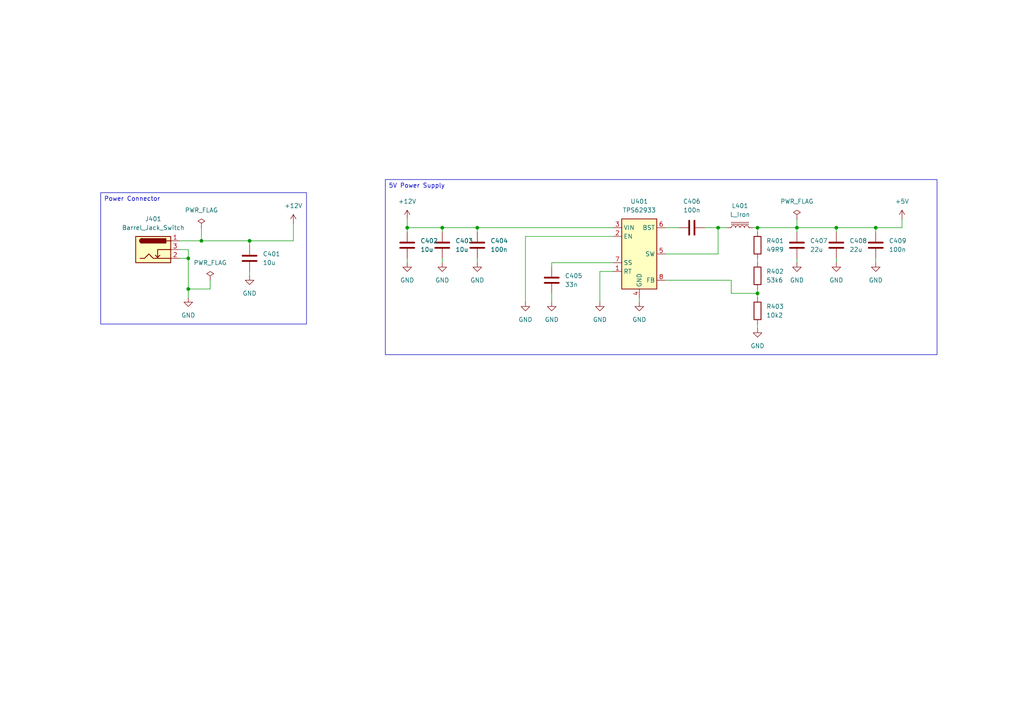
<source format=kicad_sch>
(kicad_sch (version 20231120) (generator "eeschema") (generator_version "8.0")
  (paper "A4")
  (title_block (title "Power") (rev "<<HASH>>") (company "Amateurfunkclub für Remote Stationen"))
  (lib_symbols
    (symbol "Connector:Barrel_Jack_Switch" (pin_names hide)
      (property "Reference" "J" (at 0 5.334 0))
      (property "Value" "Barrel_Jack_Switch" (at 0 -5.08 0))
      (symbol "Barrel_Jack_Switch_0_1"
        (rectangle (start -5.08 3.81) (end 5.08 -3.81) (stroke (width 0.254)) (fill (type background)))
        (arc (start -3.302 3.175) (mid -3.9343 2.54) (end -3.302 1.905) (stroke (width 0.254)))
        (arc (start -3.302 3.175) (mid -3.9343 2.54) (end -3.302 1.905) (stroke (width 0.254)) (fill (type outline)))
        (polyline (pts (xy 1.27 -2.286) (xy 1.905 -1.651)) (stroke (width 0.254)))
        (polyline (pts (xy 5.08 2.54) (xy 3.81 2.54)) (stroke (width 0.254)))
        (polyline (pts (xy 5.08 0) (xy 1.27 0) (xy 1.27 -2.286) (xy 0.635 -1.651)) (stroke (width 0.254)))
        (polyline (pts (xy -3.81 -2.54) (xy -2.54 -2.54) (xy -1.27 -1.27) (xy 0 -2.54) (xy 2.54 -2.54) (xy 5.08 -2.54)) (stroke (width 0.254)))
        (rectangle (start 3.683 3.175) (end -3.302 1.905) (stroke (width 0.254)) (fill (type outline)))
      )
      (symbol "Barrel_Jack_Switch_1_1"
        (pin passive line (at 7.62 2.54 180) (length 2.54) (name "~") (number "1"))
        (pin passive line (at 7.62 -2.54 180) (length 2.54) (name "~") (number "2"))
        (pin passive line (at 7.62 0 180) (length 2.54) (name "~") (number "3"))
      )
    )
    (symbol "Device:C" (pin_numbers hide) (pin_names (offset 0.254))
      (property "Reference" "C" (at 0.635 2.54 0))
      (property "Value" "C" (at 0.635 -2.54 0))
      (symbol "C_0_1"
        (polyline (pts (xy -2.032 -0.762) (xy 2.032 -0.762)) (stroke (width 0.508)))
        (polyline (pts (xy -2.032 0.762) (xy 2.032 0.762)) (stroke (width 0.508)))
      )
      (symbol "C_1_1"
        (pin passive line (at 0 3.81 270) (length 2.794) (name "~") (number "1"))
        (pin passive line (at 0 -3.81 90) (length 2.794) (name "~") (number "2"))
      )
    )
    (symbol "Device:L_Iron" (pin_numbers hide) (pin_names (offset 1.016) hide)
      (property "Reference" "L" (at -1.27 0 90))
      (property "Value" "L_Iron" (at 2.794 0 90))
      (symbol "L_Iron_0_1"
        (arc (start 0 -2.54) (mid 0.6323 -1.905) (end 0 -1.27))
        (arc (start 0 -1.27) (mid 0.6323 -0.635) (end 0 0))
        (polyline (pts (xy 1.016 2.54) (xy 1.016 -2.54)))
        (polyline (pts (xy 1.524 -2.54) (xy 1.524 2.54)))
        (arc (start 0 0) (mid 0.6323 0.635) (end 0 1.27))
        (arc (start 0 1.27) (mid 0.6323 1.905) (end 0 2.54))
      )
      (symbol "L_Iron_1_1"
        (pin passive line (at 0 3.81 270) (length 1.27) (name "1") (number "1"))
        (pin passive line (at 0 -3.81 90) (length 1.27) (name "2") (number "2"))
      )
    )
    (symbol "Device:R" (pin_numbers hide) (pin_names (offset 0))
      (property "Reference" "R" (at 2.032 0 90))
      (property "Value" "R" (at 0 0 90))
      (symbol "R_0_1"
        (rectangle (start -1.016 -2.54) (end 1.016 2.54) (stroke (width 0.254)))
      )
      (symbol "R_1_1"
        (pin passive line (at 0 3.81 270) (length 1.27) (name "~") (number "1"))
        (pin passive line (at 0 -3.81 90) (length 1.27) (name "~") (number "2"))
      )
    )
    (symbol "Regulator_Switching:TPS62933"
      (property "Reference" "U" (at 0 13.97 0))
      (property "Value" "TPS62933" (at 0 11.43 0))
      (symbol "TPS62933_0_1"
        (rectangle (start -5.08 10.16) (end 5.08 -10.16) (stroke (width 0.254)) (fill (type background)))
      )
      (symbol "TPS62933_1_1"
        (pin passive line (at -7.62 -5.08 0) (length 2.54) (name "RT") (number "1"))
        (pin input line (at -7.62 5.08 0) (length 2.54) (name "EN") (number "2"))
        (pin power_in line (at -7.62 7.62 0) (length 2.54) (name "VIN") (number "3"))
        (pin power_in line (at 0 -12.7 90) (length 2.54) (name "GND") (number "4"))
        (pin output line (at 7.62 0 180) (length 2.54) (name "SW") (number "5"))
        (pin passive line (at 7.62 7.62 180) (length 2.54) (name "BST") (number "6"))
        (pin passive line (at -7.62 -2.54 0) (length 2.54) (name "SS") (number "7"))
        (pin input line (at 7.62 -7.62 180) (length 2.54) (name "FB") (number "8"))
      )
    )
    (symbol "power:+12V" (power) (pin_numbers hide) (pin_names (offset 0) hide)
      (property "Value" "+12V" (at 0 3.556 0))
      (symbol "+12V_0_1"
        (polyline (pts (xy -0.762 1.27) (xy 0 2.54)))
        (polyline (pts (xy 0 0) (xy 0 2.54)))
        (polyline (pts (xy 0 2.54) (xy 0.762 1.27)))
      )
      (symbol "+12V_1_1"
        (pin power_in line (at 0 0 90) (length 0) (name "~") (number "1"))
      )
    )
    (symbol "power:+5V" (power) (pin_numbers hide) (pin_names (offset 0) hide)
      (property "Value" "+5V" (at 0 3.556 0))
      (symbol "+5V_0_1"
        (polyline (pts (xy -0.762 1.27) (xy 0 2.54)))
        (polyline (pts (xy 0 0) (xy 0 2.54)))
        (polyline (pts (xy 0 2.54) (xy 0.762 1.27)))
      )
      (symbol "+5V_1_1"
        (pin power_in line (at 0 0 90) (length 0) (name "~") (number "1"))
      )
    )
    (symbol "power:GND" (power) (pin_numbers hide) (pin_names (offset 0) hide)
      (property "Value" "GND" (at 0 -3.81 0))
      (symbol "GND_0_1"
        (polyline (pts (xy 0 0) (xy 0 -1.27) (xy 1.27 -1.27) (xy 0 -2.54) (xy -1.27 -1.27) (xy 0 -1.27)))
      )
      (symbol "GND_1_1"
        (pin power_in line (at 0 0 270) (length 0) (name "~") (number "1"))
      )
    )
    (symbol "power:PWR_FLAG" (power) (pin_numbers hide) (pin_names (offset 0) hide)
      (property "Value" "PWR_FLAG" (at 0 3.81 0))
      (symbol "PWR_FLAG_0_0"
        (pin power_out line (at 0 0 90) (length 0) (name "~") (number "1"))
      )
      (symbol "PWR_FLAG_0_1"
        (polyline (pts (xy 0 0) (xy 0 1.27) (xy -1.016 1.905) (xy 0 2.54) (xy 1.016 1.905) (xy 0 1.27)))
      )
    )
  )
  (junction (at 72.39 69.85))
  (junction (at 54.61 74.93))
  (junction (at 128.27 66.04))
  (junction (at 208.28 66.04))
  (junction (at 254 66.04))
  (junction (at 58.42 69.85))
  (junction (at 138.43 66.04))
  (junction (at 231.14 66.04))
  (junction (at 219.71 66.04))
  (junction (at 118.11 66.04))
  (junction (at 54.61 83.82))
  (junction (at 242.57 66.04))
  (junction (at 219.71 85.09))
  (wire (pts (xy 128.27 74.93) (xy 128.27 76.2)))
  (wire (pts (xy 160.02 76.2) (xy 177.8 76.2)))
  (wire (pts (xy 54.61 72.39) (xy 54.61 74.93)))
  (wire (pts (xy 208.28 66.04) (xy 204.47 66.04)))
  (wire (pts (xy 185.42 86.36) (xy 185.42 87.63)))
  (wire (pts (xy 128.27 66.04) (xy 138.43 66.04)))
  (wire (pts (xy 118.11 66.04) (xy 128.27 66.04)))
  (wire (pts (xy 58.42 66.04) (xy 58.42 69.85)))
  (wire (pts (xy 219.71 83.82) (xy 219.71 85.09)))
  (wire (pts (xy 219.71 66.04) (xy 219.71 67.31)))
  (wire (pts (xy 242.57 74.93) (xy 242.57 76.2)))
  (wire (pts (xy 219.71 66.04) (xy 231.14 66.04)))
  (wire (pts (xy 212.09 81.28) (xy 212.09 85.09)))
  (wire (pts (xy 218.44 66.04) (xy 219.71 66.04)))
  (wire (pts (xy 193.04 81.28) (xy 212.09 81.28)))
  (wire (pts (xy 72.39 78.74) (xy 72.39 80.01)))
  (wire (pts (xy 177.8 78.74) (xy 173.99 78.74)))
  (wire (pts (xy 193.04 73.66) (xy 208.28 73.66)))
  (wire (pts (xy 54.61 83.82) (xy 60.96 83.82)))
  (wire (pts (xy 219.71 74.93) (xy 219.71 76.2)))
  (wire (pts (xy 118.11 63.5) (xy 118.11 66.04)))
  (wire (pts (xy 231.14 66.04) (xy 231.14 67.31)))
  (wire (pts (xy 128.27 66.04) (xy 128.27 67.31)))
  (wire (pts (xy 231.14 74.93) (xy 231.14 76.2)))
  (wire (pts (xy 85.09 64.77) (xy 85.09 69.85)))
  (wire (pts (xy 138.43 74.93) (xy 138.43 76.2)))
  (wire (pts (xy 72.39 69.85) (xy 85.09 69.85)))
  (wire (pts (xy 160.02 85.09) (xy 160.02 87.63)))
  (wire (pts (xy 212.09 85.09) (xy 219.71 85.09)))
  (wire (pts (xy 242.57 66.04) (xy 254 66.04)))
  (wire (pts (xy 138.43 66.04) (xy 138.43 67.31)))
  (wire (pts (xy 52.07 74.93) (xy 54.61 74.93)))
  (wire (pts (xy 177.8 68.58) (xy 152.4 68.58)))
  (wire (pts (xy 254 74.93) (xy 254 76.2)))
  (wire (pts (xy 219.71 93.98) (xy 219.71 95.25)))
  (wire (pts (xy 231.14 63.5) (xy 231.14 66.04)))
  (wire (pts (xy 54.61 74.93) (xy 54.61 83.82)))
  (wire (pts (xy 52.07 72.39) (xy 54.61 72.39)))
  (wire (pts (xy 254 66.04) (xy 261.62 66.04)))
  (wire (pts (xy 208.28 66.04) (xy 210.82 66.04)))
  (wire (pts (xy 261.62 63.5) (xy 261.62 66.04)))
  (wire (pts (xy 193.04 66.04) (xy 196.85 66.04)))
  (wire (pts (xy 173.99 78.74) (xy 173.99 87.63)))
  (wire (pts (xy 52.07 69.85) (xy 58.42 69.85)))
  (wire (pts (xy 152.4 68.58) (xy 152.4 87.63)))
  (wire (pts (xy 208.28 73.66) (xy 208.28 66.04)))
  (wire (pts (xy 60.96 81.28) (xy 60.96 83.82)))
  (wire (pts (xy 118.11 66.04) (xy 118.11 67.31)))
  (wire (pts (xy 254 66.04) (xy 254 67.31)))
  (wire (pts (xy 72.39 69.85) (xy 72.39 71.12)))
  (wire (pts (xy 242.57 66.04) (xy 242.57 67.31)))
  (wire (pts (xy 219.71 85.09) (xy 219.71 86.36)))
  (wire (pts (xy 138.43 66.04) (xy 177.8 66.04)))
  (wire (pts (xy 160.02 77.47) (xy 160.02 76.2)))
  (wire (pts (xy 54.61 83.82) (xy 54.61 86.36)))
  (wire (pts (xy 118.11 74.93) (xy 118.11 76.2)))
  (wire (pts (xy 231.14 66.04) (xy 242.57 66.04)))
  (wire (pts (xy 58.42 69.85) (xy 72.39 69.85)))
  (text_box "Power Connector" (at 29.21 55.88 0) (size 59.69 38.1) (effects (font (size 1.27 1.27)) (justify left top)))
  (text_box "5V Power Supply" (at 111.76 52.07 0) (size 160.02 50.8) (effects (font (size 1.27 1.27)) (justify left top)))
  (symbol (lib_id "Device:L_Iron") (at 214.63 66.04 90) (unit 1)
    (property "Reference" "L401" (at 214.63 59.69 90))
    (property "Value" "L_Iron" (at 214.63 62.23 90))
    (property "Description" "Inductor with iron core" (effects (hide yes)))
  )
  (symbol (lib_id "power:GND") (at 231.14 76.2 0) (unit 1)
    (property "Reference" "#PWR0413" (effects (hide yes)))
    (property "Value" "GND" (at 231.14 81.28 0))
    (property "Description" "Power symbol creates a global label with name \"GND\" , ground" (effects (hide yes)))
  )
  (symbol (lib_id "power:+12V") (at 118.11 63.5 0) (unit 1)
    (property "Reference" "#PWR0404" (effects (hide yes)))
    (property "Value" "+12V" (at 118.11 58.42 0))
    (property "Description" "Power symbol creates a global label with name \"+12V\"" (effects (hide yes)))
  )
  (symbol (lib_id "Device:C") (at 160.02 81.28 0) (unit 1)
    (property "Reference" "C405" (at 163.83 80.0099 0) (effects (justify left)))
    (property "Value" "33n" (at 163.83 82.5499 0) (effects (justify left)))
    (property "Description" "Unpolarized capacitor" (effects (hide yes)))
  )
  (symbol (lib_id "Device:C") (at 242.57 71.12 180) (unit 1)
    (property "Reference" "C408" (at 246.38 69.8499 0) (effects (justify right)))
    (property "Value" "22u" (at 246.38 72.3899 0) (effects (justify right)))
    (property "Description" "Unpolarized capacitor" (effects (hide yes)))
  )
  (symbol (lib_id "Device:C") (at 138.43 71.12 0) (unit 1)
    (property "Reference" "C404" (at 142.24 69.8499 0) (effects (justify left)))
    (property "Value" "100n" (at 142.24 72.3899 0) (effects (justify left)))
    (property "Description" "Unpolarized capacitor" (effects (hide yes)))
  )
  (symbol (lib_id "power:+12V") (at 85.09 64.77 0) (unit 1)
    (property "Reference" "#PWR0403" (effects (hide yes)))
    (property "Value" "+12V" (at 85.09 59.69 0))
    (property "Description" "Power symbol creates a global label with name \"+12V\"" (effects (hide yes)))
  )
  (symbol (lib_id "Regulator_Switching:TPS62933") (at 185.42 73.66 0) (unit 1)
    (property "Reference" "U401" (at 185.42 58.42 0))
    (property "Value" "TPS62933" (at 185.42 60.96 0))
    (property "Footprint" "Package_TO_SOT_SMD:SOT-583-8" (effects (hide yes)))
    (property "Datasheet" "https://www.ti.com/lit/ds/symlink/tps62933.pdf" (effects (hide yes)))
    (property "Description" "3.8-30V, 3A Synchronous Buck Converters with pulse frequency modulation (PFM), SOT583-8" (effects (hide yes)))
  )
  (symbol (lib_id "power:GND") (at 185.42 87.63 0) (unit 1)
    (property "Reference" "#PWR0411" (effects (hide yes)))
    (property "Value" "GND" (at 185.42 92.71 0))
    (property "Description" "Power symbol creates a global label with name \"GND\" , ground" (effects (hide yes)))
  )
  (symbol (lib_id "Device:R") (at 219.71 80.01 0) (unit 1)
    (property "Reference" "R402" (at 222.25 78.7399 0) (effects (justify left)))
    (property "Value" "53k6" (at 222.25 81.2799 0) (effects (justify left)))
    (property "Footprint" "Resistor_SMD:R_0805_2012Metric" (effects (hide yes)))
    (property "Description" "Resistor" (effects (hide yes)))
    (property "LCSC" "C352230" (effects (hide yes)))
  )
  (symbol (lib_id "Device:C") (at 118.11 71.12 0) (unit 1)
    (property "Reference" "C402" (at 121.92 69.8499 0) (effects (justify left)))
    (property "Value" "10u" (at 121.92 72.3899 0) (effects (justify left)))
    (property "Description" "Unpolarized capacitor" (effects (hide yes)))
  )
  (symbol (lib_id "power:GND") (at 242.57 76.2 0) (unit 1)
    (property "Reference" "#PWR0414" (effects (hide yes)))
    (property "Value" "GND" (at 242.57 81.28 0))
    (property "Description" "Power symbol creates a global label with name \"GND\" , ground" (effects (hide yes)))
  )
  (symbol (lib_id "power:GND") (at 152.4 87.63 0) (unit 1)
    (property "Reference" "#PWR0408" (effects (hide yes)))
    (property "Value" "GND" (at 152.4 92.71 0))
    (property "Description" "Power symbol creates a global label with name \"GND\" , ground" (effects (hide yes)))
  )
  (symbol (lib_id "Device:C") (at 231.14 71.12 180) (unit 1)
    (property "Reference" "C407" (at 234.95 69.8499 0) (effects (justify right)))
    (property "Value" "22u" (at 234.95 72.3899 0) (effects (justify right)))
    (property "Description" "Unpolarized capacitor" (effects (hide yes)))
  )
  (symbol (lib_id "Device:C") (at 128.27 71.12 0) (unit 1)
    (property "Reference" "C403" (at 132.08 69.8499 0) (effects (justify left)))
    (property "Value" "10u" (at 132.08 72.3899 0) (effects (justify left)))
    (property "Description" "Unpolarized capacitor" (effects (hide yes)))
  )
  (symbol (lib_id "power:PWR_FLAG") (at 58.42 66.04 0) (unit 1)
    (property "Reference" "#FLG0401" (effects (hide yes)))
    (property "Value" "PWR_FLAG" (at 58.42 60.96 0))
    (property "Description" "Special symbol for telling ERC where power comes from" (effects (hide yes)))
  )
  (symbol (lib_id "Device:C") (at 200.66 66.04 90) (unit 1)
    (property "Reference" "C406" (at 200.66 58.42 90))
    (property "Value" "100n" (at 200.66 60.96 90))
    (property "Description" "Unpolarized capacitor" (effects (hide yes)))
  )
  (symbol (lib_id "power:GND") (at 138.43 76.2 0) (unit 1)
    (property "Reference" "#PWR0407" (effects (hide yes)))
    (property "Value" "GND" (at 138.43 81.28 0))
    (property "Description" "Power symbol creates a global label with name \"GND\" , ground" (effects (hide yes)))
  )
  (symbol (lib_id "power:PWR_FLAG") (at 60.96 81.28 0) (unit 1)
    (property "Reference" "#FLG0402" (effects (hide yes)))
    (property "Value" "PWR_FLAG" (at 60.96 76.2 0))
    (property "Description" "Special symbol for telling ERC where power comes from" (effects (hide yes)))
  )
  (symbol (lib_id "power:GND") (at 128.27 76.2 0) (unit 1)
    (property "Reference" "#PWR0406" (effects (hide yes)))
    (property "Value" "GND" (at 128.27 81.28 0))
    (property "Description" "Power symbol creates a global label with name \"GND\" , ground" (effects (hide yes)))
  )
  (symbol (lib_id "power:PWR_FLAG") (at 231.14 63.5 0) (unit 1)
    (property "Reference" "#FLG0403" (effects (hide yes)))
    (property "Value" "PWR_FLAG" (at 231.14 58.42 0))
    (property "Description" "Special symbol for telling ERC where power comes from" (effects (hide yes)))
  )
  (symbol (lib_id "power:GND") (at 219.71 95.25 0) (unit 1)
    (property "Reference" "#PWR0412" (effects (hide yes)))
    (property "Value" "GND" (at 219.71 100.33 0))
    (property "Description" "Power symbol creates a global label with name \"GND\" , ground" (effects (hide yes)))
  )
  (symbol (lib_id "Connector:Barrel_Jack_Switch") (at 44.45 72.39 0) (unit 1)
    (property "Reference" "J401" (at 44.45 63.5 0))
    (property "Value" "Barrel_Jack_Switch" (at 44.45 66.04 0))
    (property "Footprint" "Connector_BarrelJack:BarrelJack_GCT_DCJ200-10-A_Horizontal" (effects (hide yes)))
    (property "Description" "DC Barrel Jack with an internal switch" (effects (hide yes)))
  )
  (symbol (lib_id "Device:R") (at 219.71 90.17 0) (unit 1)
    (property "Reference" "R403" (at 222.25 88.8999 0) (effects (justify left)))
    (property "Value" "10k2" (at 222.25 91.4399 0) (effects (justify left)))
    (property "Footprint" "Resistor_SMD:R_0805_2012Metric" (effects (hide yes)))
    (property "Description" "Resistor" (effects (hide yes)))
    (property "LCSC" "C352230" (effects (hide yes)))
  )
  (symbol (lib_id "power:GND") (at 72.39 80.01 0) (unit 1)
    (property "Reference" "#PWR0402" (effects (hide yes)))
    (property "Value" "GND" (at 72.39 85.09 0))
    (property "Description" "Power symbol creates a global label with name \"GND\" , ground" (effects (hide yes)))
  )
  (symbol (lib_id "Device:R") (at 219.71 71.12 0) (unit 1)
    (property "Reference" "R401" (at 222.25 69.8499 0) (effects (justify left)))
    (property "Value" "49R9" (at 222.25 72.3899 0) (effects (justify left)))
    (property "Footprint" "Resistor_SMD:R_0805_2012Metric" (effects (hide yes)))
    (property "Description" "Resistor" (effects (hide yes)))
    (property "LCSC" "C352230" (effects (hide yes)))
  )
  (symbol (lib_id "power:GND") (at 173.99 87.63 0) (unit 1)
    (property "Reference" "#PWR0410" (effects (hide yes)))
    (property "Value" "GND" (at 173.99 92.71 0))
    (property "Description" "Power symbol creates a global label with name \"GND\" , ground" (effects (hide yes)))
  )
  (symbol (lib_id "power:GND") (at 254 76.2 0) (unit 1)
    (property "Reference" "#PWR0415" (effects (hide yes)))
    (property "Value" "GND" (at 254 81.28 0))
    (property "Description" "Power symbol creates a global label with name \"GND\" , ground" (effects (hide yes)))
  )
  (symbol (lib_id "power:GND") (at 118.11 76.2 0) (unit 1)
    (property "Reference" "#PWR0405" (effects (hide yes)))
    (property "Value" "GND" (at 118.11 81.28 0))
    (property "Description" "Power symbol creates a global label with name \"GND\" , ground" (effects (hide yes)))
  )
  (symbol (lib_id "power:GND") (at 160.02 87.63 0) (unit 1)
    (property "Reference" "#PWR0409" (effects (hide yes)))
    (property "Value" "GND" (at 160.02 92.71 0))
    (property "Description" "Power symbol creates a global label with name \"GND\" , ground" (effects (hide yes)))
  )
  (symbol (lib_id "power:+5V") (at 261.62 63.5 0) (unit 1)
    (property "Reference" "#PWR0416" (effects (hide yes)))
    (property "Value" "+5V" (at 261.62 58.42 0))
    (property "Description" "Power symbol creates a global label with name \"+5V\"" (effects (hide yes)))
  )
  (symbol (lib_id "Device:C") (at 72.39 74.93 0) (unit 1)
    (property "Reference" "C401" (at 76.2 73.6599 0) (effects (justify left)))
    (property "Value" "10u" (at 76.2 76.1999 0) (effects (justify left)))
    (property "Description" "Unpolarized capacitor" (effects (hide yes)))
  )
  (symbol (lib_id "power:GND") (at 54.61 86.36 0) (unit 1)
    (property "Reference" "#PWR0401" (effects (hide yes)))
    (property "Value" "GND" (at 54.61 91.44 0))
    (property "Description" "Power symbol creates a global label with name \"GND\" , ground" (effects (hide yes)))
  )
  (symbol (lib_id "Device:C") (at 254 71.12 180) (unit 1)
    (property "Reference" "C409" (at 257.81 69.8499 0) (effects (justify right)))
    (property "Value" "100n" (at 257.81 72.3899 0) (effects (justify right)))
    (property "Description" "Unpolarized capacitor" (effects (hide yes)))
  )
)
</source>
